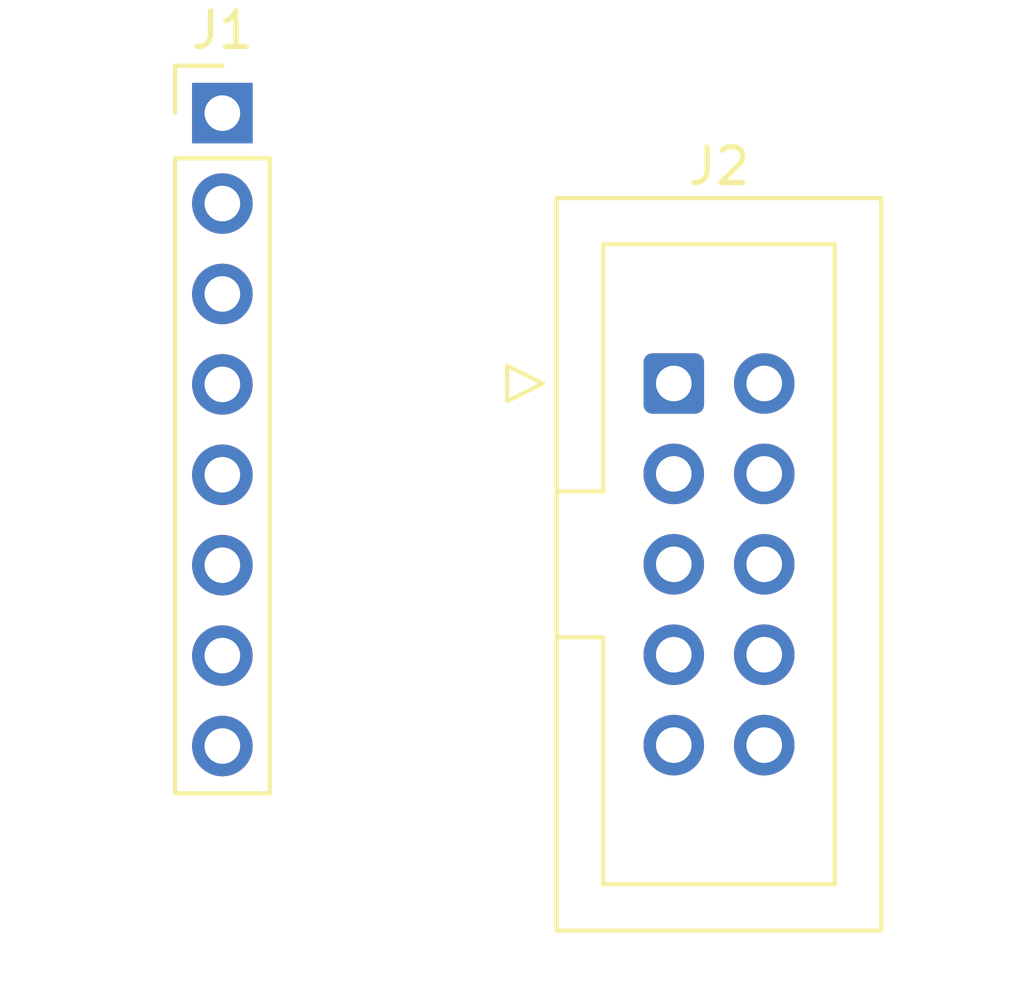
<source format=kicad_pcb>
(kicad_pcb (version 20240108) (generator "pcbnew") (generator_version "8.0")
  (layers (0 "F.Cu" signal) (31 "B.Cu" signal) (34 "B.Paste" user) (35 "F.Paste" user) (36 "B.SilkS" user "B.Silkscreen") (37 "F.SilkS" user "F.Silkscreen") (38 "B.Mask" user) (39 "F.Mask" user) (44 "Edge.Cuts" user))
  (net 0 "")
  (footprint "Connector_IDC:IDC-Header_2x05_P2.54mm_Vertical" (layer "F.Cu") (at 14.5 9.42)
    (property "Reference" "J2" (at 1.27 -6.1 0) (layer "F.SilkS"))
    (property "Value" "Conn_02x05_Odd_Even")
    (fp_line (start -4.68 -0.5) (end -4.68 0.5) (stroke (width 0.12)) (layer "F.SilkS"))
    (fp_line (start -4.68 0.5) (end -3.68 0) (stroke (width 0.12)) (layer "F.SilkS"))
    (fp_line (start -3.68 0) (end -4.68 -0.5) (stroke (width 0.12)) (layer "F.SilkS"))
    (fp_line (start -3.29 -5.21) (end 5.83 -5.21) (stroke (width 0.12)) (layer "F.SilkS"))
    (fp_line (start -3.29 3.03) (end -1.98 3.03) (stroke (width 0.12)) (layer "F.SilkS"))
    (fp_line (start -3.29 15.37) (end -3.29 -5.21) (stroke (width 0.12)) (layer "F.SilkS"))
    (fp_line (start -1.98 -3.91) (end 4.52 -3.91) (stroke (width 0.12)) (layer "F.SilkS"))
    (fp_line (start -1.98 3.03) (end -1.98 -3.91) (stroke (width 0.12)) (layer "F.SilkS"))
    (fp_line (start -1.98 7.13) (end -3.29 7.13) (stroke (width 0.12)) (layer "F.SilkS"))
    (fp_line (start -1.98 7.13) (end -1.98 7.13) (stroke (width 0.12)) (layer "F.SilkS"))
    (fp_line (start -1.98 14.07) (end -1.98 7.13) (stroke (width 0.12)) (layer "F.SilkS"))
    (fp_line (start 4.52 -3.91) (end 4.52 14.07) (stroke (width 0.12)) (layer "F.SilkS"))
    (fp_line (start 4.52 14.07) (end -1.98 14.07) (stroke (width 0.12)) (layer "F.SilkS"))
    (fp_line (start 5.83 -5.21) (end 5.83 15.37) (stroke (width 0.12)) (layer "F.SilkS"))
    (fp_line (start 5.83 15.37) (end -3.29 15.37) (stroke (width 0.12)) (layer "F.SilkS"))
    (pad "1" thru_hole roundrect (at 0 0) (size 1.7 1.7) (drill 1) (layers "*.Cu" "*.Mask") (roundrect_rratio 0.147059))
    (pad "2" thru_hole circle (at 2.54 0) (size 1.7 1.7) (drill 1) (layers "*.Cu" "*.Mask"))
    (pad "3" thru_hole circle (at 0 2.54) (size 1.7 1.7) (drill 1) (layers "*.Cu" "*.Mask"))
    (pad "4" thru_hole circle (at 2.54 2.54) (size 1.7 1.7) (drill 1) (layers "*.Cu" "*.Mask"))
    (pad "5" thru_hole circle (at 0 5.08) (size 1.7 1.7) (drill 1) (layers "*.Cu" "*.Mask"))
    (pad "6" thru_hole circle (at 2.54 5.08) (size 1.7 1.7) (drill 1) (layers "*.Cu" "*.Mask"))
    (pad "7" thru_hole circle (at 0 7.62) (size 1.7 1.7) (drill 1) (layers "*.Cu" "*.Mask"))
    (pad "8" thru_hole circle (at 2.54 7.62) (size 1.7 1.7) (drill 1) (layers "*.Cu" "*.Mask"))
    (pad "9" thru_hole circle (at 0 10.16) (size 1.7 1.7) (drill 1) (layers "*.Cu" "*.Mask"))
    (pad "10" thru_hole circle (at 2.54 10.16) (size 1.7 1.7) (drill 1) (layers "*.Cu" "*.Mask"))
  )
  (footprint "Connector_PinHeader_2.54mm:PinHeader_1x08_P2.54mm_Vertical" (layer "F.Cu") (at 1.825 1.825)
    (property "Reference" "J1" (at 0 -2.33 0) (layer "F.SilkS"))
    (property "Value" "Conn_01x08_Pin")
    (fp_line (start -1.33 -1.33) (end 0 -1.33) (stroke (width 0.12)) (layer "F.SilkS"))
    (fp_line (start -1.33 0) (end -1.33 -1.33) (stroke (width 0.12)) (layer "F.SilkS"))
    (fp_line (start -1.33 1.27) (end -1.33 19.11) (stroke (width 0.12)) (layer "F.SilkS"))
    (fp_line (start -1.33 1.27) (end 1.33 1.27) (stroke (width 0.12)) (layer "F.SilkS"))
    (fp_line (start -1.33 19.11) (end 1.33 19.11) (stroke (width 0.12)) (layer "F.SilkS"))
    (fp_line (start 1.33 1.27) (end 1.33 19.11) (stroke (width 0.12)) (layer "F.SilkS"))
    (pad "1" thru_hole rect (at 0 0) (size 1.7 1.7) (drill 1) (layers "*.Cu" "*.Mask"))
    (pad "2" thru_hole oval (at 0 2.54) (size 1.7 1.7) (drill 1) (layers "*.Cu" "*.Mask"))
    (pad "3" thru_hole oval (at 0 5.08) (size 1.7 1.7) (drill 1) (layers "*.Cu" "*.Mask"))
    (pad "4" thru_hole oval (at 0 7.62) (size 1.7 1.7) (drill 1) (layers "*.Cu" "*.Mask"))
    (pad "5" thru_hole oval (at 0 10.16) (size 1.7 1.7) (drill 1) (layers "*.Cu" "*.Mask"))
    (pad "6" thru_hole oval (at 0 12.7) (size 1.7 1.7) (drill 1) (layers "*.Cu" "*.Mask"))
    (pad "7" thru_hole oval (at 0 15.24) (size 1.7 1.7) (drill 1) (layers "*.Cu" "*.Mask"))
    (pad "8" thru_hole oval (at 0 17.78) (size 1.7 1.7) (drill 1) (layers "*.Cu" "*.Mask"))
  )
)
</source>
